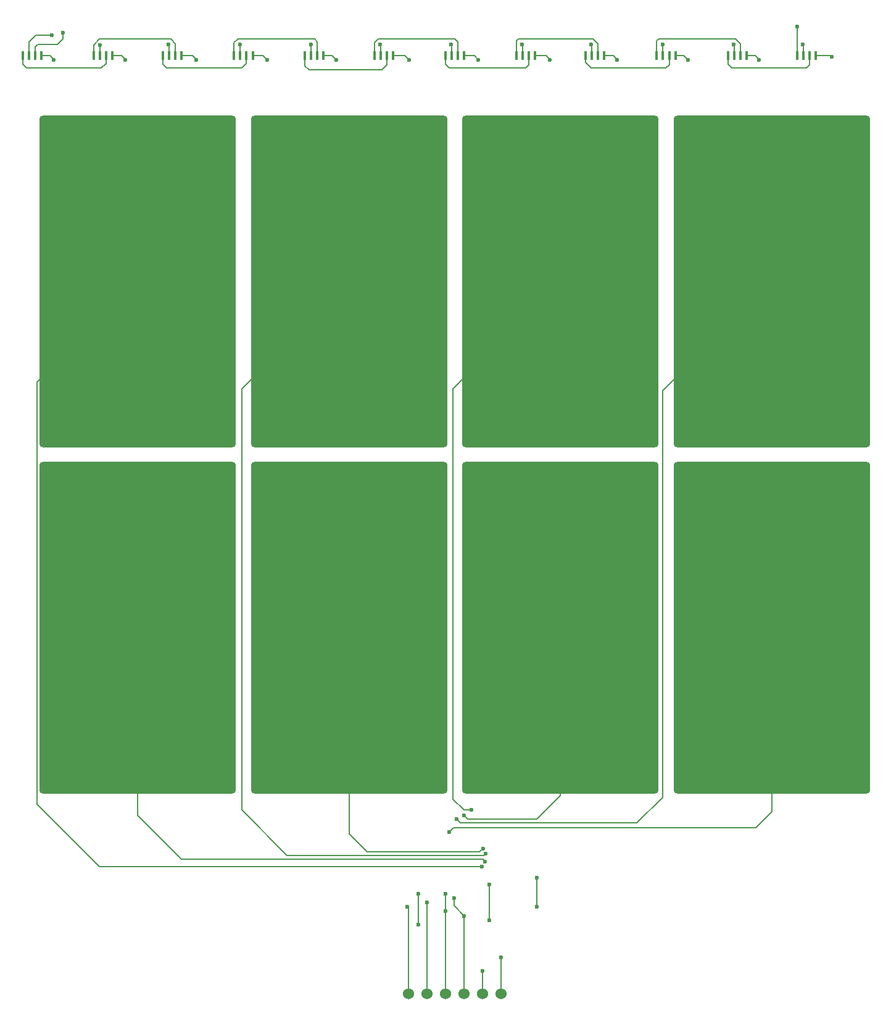
<source format=gtl>
G04 #@! TF.GenerationSoftware,KiCad,Pcbnew,9.0.2*
G04 #@! TF.CreationDate,2025-05-28T22:14:58-05:00*
G04 #@! TF.ProjectId,touch-pads,746f7563-682d-4706-9164-732e6b696361,rev?*
G04 #@! TF.SameCoordinates,Original*
G04 #@! TF.FileFunction,Copper,L1,Top*
G04 #@! TF.FilePolarity,Positive*
%FSLAX46Y46*%
G04 Gerber Fmt 4.6, Leading zero omitted, Abs format (unit mm)*
G04 Created by KiCad (PCBNEW 9.0.2) date 2025-05-28 22:14:58*
%MOMM*%
%LPD*%
G01*
G04 APERTURE LIST*
G04 Aperture macros list*
%AMRoundRect*
0 Rectangle with rounded corners*
0 $1 Rounding radius*
0 $2 $3 $4 $5 $6 $7 $8 $9 X,Y pos of 4 corners*
0 Add a 4 corners polygon primitive as box body*
4,1,4,$2,$3,$4,$5,$6,$7,$8,$9,$2,$3,0*
0 Add four circle primitives for the rounded corners*
1,1,$1+$1,$2,$3*
1,1,$1+$1,$4,$5*
1,1,$1+$1,$6,$7*
1,1,$1+$1,$8,$9*
0 Add four rect primitives between the rounded corners*
20,1,$1+$1,$2,$3,$4,$5,0*
20,1,$1+$1,$4,$5,$6,$7,0*
20,1,$1+$1,$6,$7,$8,$9,0*
20,1,$1+$1,$8,$9,$2,$3,0*%
G04 Aperture macros list end*
G04 #@! TA.AperFunction,SMDPad,CuDef*
%ADD10R,0.420000X1.300000*%
G04 #@! TD*
G04 #@! TA.AperFunction,SMDPad,CuDef*
%ADD11RoundRect,0.519231X-12.980769X-22.230769X12.980769X-22.230769X12.980769X22.230769X-12.980769X22.230769X0*%
G04 #@! TD*
G04 #@! TA.AperFunction,SMDPad,CuDef*
%ADD12RoundRect,0.519231X12.980769X22.230769X-12.980769X22.230769X-12.980769X-22.230769X12.980769X-22.230769X0*%
G04 #@! TD*
G04 #@! TA.AperFunction,ComponentPad*
%ADD13C,1.524000*%
G04 #@! TD*
G04 #@! TA.AperFunction,ViaPad*
%ADD14C,0.600000*%
G04 #@! TD*
G04 #@! TA.AperFunction,Conductor*
%ADD15C,0.200000*%
G04 #@! TD*
G04 APERTURE END LIST*
D10*
X242700000Y-130500000D03*
X243550000Y-130500000D03*
X244400000Y-130500000D03*
X245250000Y-130500000D03*
X232975000Y-130500000D03*
X233825000Y-130500000D03*
X234675000Y-130500000D03*
X235525000Y-130500000D03*
X281225000Y-130500000D03*
X282075000Y-130500000D03*
X282925000Y-130500000D03*
X283775000Y-130500000D03*
X310250000Y-130500000D03*
X311100000Y-130500000D03*
X311950000Y-130500000D03*
X312800000Y-130500000D03*
X223225000Y-130500000D03*
X224075000Y-130500000D03*
X224925000Y-130500000D03*
X225775000Y-130500000D03*
X213700000Y-130500000D03*
X214550000Y-130500000D03*
X215400000Y-130500000D03*
X216250000Y-130500000D03*
D11*
X248750000Y-209000000D03*
D12*
X248750000Y-161500000D03*
D10*
X252250000Y-130500000D03*
X253100000Y-130500000D03*
X253950000Y-130500000D03*
X254800000Y-130500000D03*
X290975000Y-130500000D03*
X291825000Y-130500000D03*
X292675000Y-130500000D03*
X293525000Y-130500000D03*
X271725000Y-130500000D03*
X272575000Y-130500000D03*
X273425000Y-130500000D03*
X274275000Y-130500000D03*
D11*
X306750000Y-209000000D03*
D10*
X300725000Y-130500000D03*
X301575000Y-130500000D03*
X302425000Y-130500000D03*
X303275000Y-130500000D03*
D12*
X219750000Y-161500000D03*
D11*
X277750000Y-209000000D03*
D10*
X203975000Y-130500000D03*
X204825000Y-130500000D03*
X205675000Y-130500000D03*
X206525000Y-130500000D03*
X261975000Y-130500000D03*
X262825000Y-130500000D03*
X263675000Y-130500000D03*
X264525000Y-130500000D03*
D11*
X219750000Y-209000000D03*
D12*
X306750000Y-161500000D03*
X277750000Y-161500000D03*
D13*
X256900000Y-259250000D03*
X259440000Y-259250000D03*
X261980000Y-259250000D03*
X264520000Y-259250000D03*
X267060000Y-259250000D03*
X269600000Y-259250000D03*
D14*
X256750000Y-247286657D03*
X274500000Y-243250000D03*
X274500000Y-247286657D03*
X263125000Y-246125000D03*
X264500000Y-248500000D03*
X268000000Y-249150000D03*
X268000000Y-244250000D03*
X247000000Y-131075000D03*
X218000000Y-131075000D03*
X276250000Y-131075000D03*
X266500000Y-131075000D03*
X285500000Y-131075000D03*
X237500000Y-131075000D03*
X257000000Y-131075000D03*
X295250000Y-131075000D03*
X208250000Y-131075000D03*
X259440000Y-246686657D03*
X305000000Y-131075000D03*
X227750000Y-131075000D03*
X315000000Y-130650000D03*
X258250000Y-249750000D03*
X258250000Y-245500000D03*
X262000000Y-247900000D03*
X262000000Y-245500000D03*
X267000000Y-241750000D03*
X267437500Y-241062500D03*
X267500000Y-240000000D03*
X267142228Y-239284456D03*
X265500000Y-234000000D03*
X264500000Y-234750000D03*
X263500000Y-235250000D03*
X262500000Y-237000000D03*
X291750000Y-129000000D03*
X282000000Y-129000000D03*
X253000000Y-129000000D03*
X243500000Y-129000000D03*
X233750000Y-129000000D03*
X272500000Y-129000000D03*
X311000000Y-129000000D03*
X301500000Y-129000000D03*
X214549265Y-129049265D03*
X262750000Y-129000000D03*
X208000000Y-127750000D03*
X224000000Y-129000000D03*
X310250000Y-126500000D03*
X209500000Y-127348529D03*
X267060000Y-256051000D03*
X269600000Y-254251000D03*
D15*
X256900000Y-247436657D02*
X256900000Y-259250000D01*
X274500000Y-243250000D02*
X274500000Y-247286657D01*
X256750000Y-247286657D02*
X256900000Y-247436657D01*
X263125000Y-247125000D02*
X263125000Y-246125000D01*
X264520000Y-248520000D02*
X264520000Y-259250000D01*
X264500000Y-248500000D02*
X264520000Y-248520000D01*
X264500000Y-248500000D02*
X263125000Y-247125000D01*
X268000000Y-249150000D02*
X268000000Y-244250000D01*
X217500000Y-130500000D02*
X216250000Y-130500000D01*
X237500000Y-131075000D02*
X236925000Y-130500000D01*
X314850000Y-130500000D02*
X312800000Y-130500000D01*
X304500000Y-130500000D02*
X303275000Y-130500000D01*
X285000000Y-130500000D02*
X283775000Y-130500000D01*
X294675000Y-130500000D02*
X293525000Y-130500000D01*
X247000000Y-131075000D02*
X246425000Y-130500000D01*
X227250000Y-130500000D02*
X225775000Y-130500000D01*
X285500000Y-131075000D02*
X285500000Y-131000000D01*
X285500000Y-131000000D02*
X285000000Y-130500000D01*
X218000000Y-131075000D02*
X218000000Y-131000000D01*
X266500000Y-131075000D02*
X265925000Y-130500000D01*
X276250000Y-131000000D02*
X275750000Y-130500000D01*
X207750000Y-130500000D02*
X206525000Y-130500000D01*
X218000000Y-131000000D02*
X217500000Y-130500000D01*
X275750000Y-130500000D02*
X274275000Y-130500000D01*
X246425000Y-130500000D02*
X245250000Y-130500000D01*
X208250000Y-131075000D02*
X208250000Y-131000000D01*
X315000000Y-130650000D02*
X314850000Y-130500000D01*
X305000000Y-131000000D02*
X304500000Y-130500000D01*
X276250000Y-131075000D02*
X276250000Y-131000000D01*
X305000000Y-131075000D02*
X305000000Y-131000000D01*
X265925000Y-130500000D02*
X264525000Y-130500000D01*
X236925000Y-130500000D02*
X235525000Y-130500000D01*
X208250000Y-131000000D02*
X207750000Y-130500000D01*
X295250000Y-131075000D02*
X294675000Y-130500000D01*
X257000000Y-131075000D02*
X256425000Y-130500000D01*
X259440000Y-246686657D02*
X259440000Y-259250000D01*
X256425000Y-130500000D02*
X254800000Y-130500000D01*
X227750000Y-131075000D02*
X227750000Y-131000000D01*
X227750000Y-131000000D02*
X227250000Y-130500000D01*
X258250000Y-245500000D02*
X258250000Y-249750000D01*
X261980000Y-247920000D02*
X262000000Y-247900000D01*
X262000000Y-245500000D02*
X262000000Y-247900000D01*
X261980000Y-259250000D02*
X261980000Y-247920000D01*
X205950000Y-233200000D02*
X214500000Y-241750000D01*
X205950000Y-175300000D02*
X205950000Y-233200000D01*
X219750000Y-161500000D02*
X205950000Y-175300000D01*
X214500000Y-241750000D02*
X267000000Y-241750000D01*
X219750000Y-234750000D02*
X219750000Y-209000000D01*
X225750000Y-240750000D02*
X219750000Y-234750000D01*
X267125000Y-240750000D02*
X225750000Y-240750000D01*
X267437500Y-241062500D02*
X267125000Y-240750000D01*
X234000000Y-234000000D02*
X234000000Y-176250000D01*
X234000000Y-176250000D02*
X248750000Y-161500000D01*
X267250000Y-240250000D02*
X240250000Y-240250000D01*
X267500000Y-240000000D02*
X267250000Y-240250000D01*
X240250000Y-240250000D02*
X234000000Y-234000000D01*
X267142228Y-239284456D02*
X266676684Y-239750000D01*
X251250000Y-239750000D02*
X248750000Y-237250000D01*
X248750000Y-237250000D02*
X248750000Y-209000000D01*
X266676684Y-239750000D02*
X251250000Y-239750000D01*
X265500000Y-234000000D02*
X264500000Y-234000000D01*
X263000000Y-176250000D02*
X277750000Y-161500000D01*
X263000000Y-232500000D02*
X263000000Y-176250000D01*
X264500000Y-234000000D02*
X263000000Y-232500000D01*
X264500000Y-234750000D02*
X265000000Y-235250000D01*
X274500000Y-235250000D02*
X277750000Y-232000000D01*
X265000000Y-235250000D02*
X274500000Y-235250000D01*
X277750000Y-209000000D02*
X277750000Y-232000000D01*
X288250000Y-235750000D02*
X291750000Y-232250000D01*
X291750000Y-232250000D02*
X291750000Y-176500000D01*
X264000000Y-235750000D02*
X288250000Y-235750000D01*
X291750000Y-176500000D02*
X306750000Y-161500000D01*
X263500000Y-235250000D02*
X264000000Y-235750000D01*
X262500000Y-237000000D02*
X263100000Y-236400000D01*
X263100000Y-236400000D02*
X304600000Y-236400000D01*
X306750000Y-234250000D02*
X306750000Y-209000000D01*
X304600000Y-236400000D02*
X306750000Y-234250000D01*
X224075000Y-129075000D02*
X224075000Y-130500000D01*
X301575000Y-129075000D02*
X301500000Y-129000000D01*
X233750000Y-129000000D02*
X233825000Y-129075000D01*
X301575000Y-130500000D02*
X301575000Y-129075000D01*
X204825000Y-128675000D02*
X204825000Y-130500000D01*
X311100000Y-130500000D02*
X311100000Y-129100000D01*
X253100000Y-129100000D02*
X253000000Y-129000000D01*
X282075000Y-129075000D02*
X282000000Y-129000000D01*
X214550000Y-129050000D02*
X214550000Y-130500000D01*
X272575000Y-129075000D02*
X272575000Y-130500000D01*
X262825000Y-129075000D02*
X262750000Y-129000000D01*
X214549265Y-129049265D02*
X214550000Y-129050000D01*
X291825000Y-130500000D02*
X291825000Y-129075000D01*
X253100000Y-130500000D02*
X253100000Y-129100000D01*
X243550000Y-129050000D02*
X243550000Y-130500000D01*
X262825000Y-130500000D02*
X262825000Y-129075000D01*
X282075000Y-130500000D02*
X282075000Y-129075000D01*
X233825000Y-129075000D02*
X233825000Y-130500000D01*
X243500000Y-129000000D02*
X243550000Y-129050000D01*
X208000000Y-127750000D02*
X205750000Y-127750000D01*
X272500000Y-129000000D02*
X272575000Y-129075000D01*
X291825000Y-129075000D02*
X291750000Y-129000000D01*
X205750000Y-127750000D02*
X204825000Y-128675000D01*
X224000000Y-129000000D02*
X224075000Y-129075000D01*
X311100000Y-129100000D02*
X311000000Y-129000000D01*
X311500000Y-132250000D02*
X311950000Y-131800000D01*
X311950000Y-131800000D02*
X311950000Y-130500000D01*
X300725000Y-131725000D02*
X301250000Y-132250000D01*
X301250000Y-132250000D02*
X311500000Y-132250000D01*
X300725000Y-130500000D02*
X300725000Y-131725000D01*
X215400000Y-131600000D02*
X215400000Y-130500000D01*
X214750000Y-132250000D02*
X215400000Y-131600000D01*
X203975000Y-131725000D02*
X204500000Y-132250000D01*
X204500000Y-132250000D02*
X214750000Y-132250000D01*
X203975000Y-130500000D02*
X203975000Y-131725000D01*
X290975000Y-130500000D02*
X290975000Y-128525000D01*
X290975000Y-128525000D02*
X291250000Y-128250000D01*
X301750000Y-128250000D02*
X302425000Y-128925000D01*
X291250000Y-128250000D02*
X301750000Y-128250000D01*
X302425000Y-128925000D02*
X302425000Y-130500000D01*
X281225000Y-130500000D02*
X281225000Y-131475000D01*
X292675000Y-131790000D02*
X292675000Y-130500000D01*
X292215000Y-132250000D02*
X292675000Y-131790000D01*
X282000000Y-132250000D02*
X292215000Y-132250000D01*
X281225000Y-131475000D02*
X282000000Y-132250000D01*
X271725000Y-130500000D02*
X271725000Y-128525000D01*
X282925000Y-128925000D02*
X282925000Y-130500000D01*
X271725000Y-128525000D02*
X272000000Y-128250000D01*
X272000000Y-128250000D02*
X282250000Y-128250000D01*
X282250000Y-128250000D02*
X282925000Y-128925000D01*
X273000000Y-132250000D02*
X273425000Y-131825000D01*
X262500000Y-132250000D02*
X273000000Y-132250000D01*
X273425000Y-131825000D02*
X273425000Y-130500000D01*
X261975000Y-131725000D02*
X262500000Y-132250000D01*
X261975000Y-130500000D02*
X261975000Y-131725000D01*
X252250000Y-130500000D02*
X252250000Y-128750000D01*
X263250000Y-128250000D02*
X263675000Y-128675000D01*
X252750000Y-128250000D02*
X263250000Y-128250000D01*
X252250000Y-128750000D02*
X252750000Y-128250000D01*
X263675000Y-128675000D02*
X263675000Y-130500000D01*
X253950000Y-131800000D02*
X253950000Y-130500000D01*
X253250000Y-132500000D02*
X253950000Y-131800000D01*
X242700000Y-131950000D02*
X243250000Y-132500000D01*
X242700000Y-130500000D02*
X242700000Y-131950000D01*
X243250000Y-132500000D02*
X253250000Y-132500000D01*
X234017500Y-132250000D02*
X234675000Y-131592500D01*
X223225000Y-130500000D02*
X223225000Y-131725000D01*
X234675000Y-131592500D02*
X234675000Y-130500000D01*
X223750000Y-132250000D02*
X234017500Y-132250000D01*
X223225000Y-131725000D02*
X223750000Y-132250000D01*
X224250000Y-128250000D02*
X224267500Y-128250000D01*
X213700000Y-129050000D02*
X214500000Y-128250000D01*
X224925000Y-128907500D02*
X224925000Y-130500000D01*
X213700000Y-130500000D02*
X213700000Y-129050000D01*
X214500000Y-128232500D02*
X224250000Y-128232500D01*
X224267500Y-128250000D02*
X224925000Y-128907500D01*
X244000000Y-128250000D02*
X244400000Y-128650000D01*
X233500000Y-128250000D02*
X244000000Y-128250000D01*
X232975000Y-130500000D02*
X232975000Y-128775000D01*
X244400000Y-128650000D02*
X244400000Y-130500000D01*
X232975000Y-128775000D02*
X233500000Y-128250000D01*
X310250000Y-126500000D02*
X310250000Y-130500000D01*
X205675000Y-129325000D02*
X206000000Y-129000000D01*
X208750000Y-129000000D02*
X209500000Y-128250000D01*
X206000000Y-129000000D02*
X208750000Y-129000000D01*
X205675000Y-130500000D02*
X205675000Y-129325000D01*
X209500000Y-128250000D02*
X209500000Y-127348529D01*
X267060000Y-256051000D02*
X267060000Y-259250000D01*
X269600000Y-254251000D02*
X269600000Y-259250000D01*
M02*

</source>
